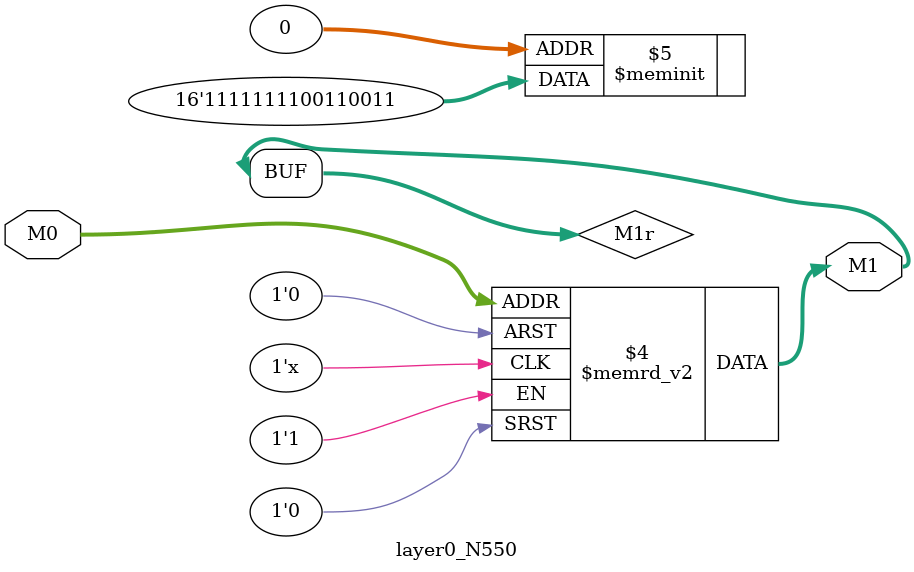
<source format=v>
module layer0_N550 ( input [2:0] M0, output [1:0] M1 );

	(*rom_style = "distributed" *) reg [1:0] M1r;
	assign M1 = M1r;
	always @ (M0) begin
		case (M0)
			3'b000: M1r = 2'b11;
			3'b100: M1r = 2'b11;
			3'b010: M1r = 2'b11;
			3'b110: M1r = 2'b11;
			3'b001: M1r = 2'b00;
			3'b101: M1r = 2'b11;
			3'b011: M1r = 2'b00;
			3'b111: M1r = 2'b11;

		endcase
	end
endmodule

</source>
